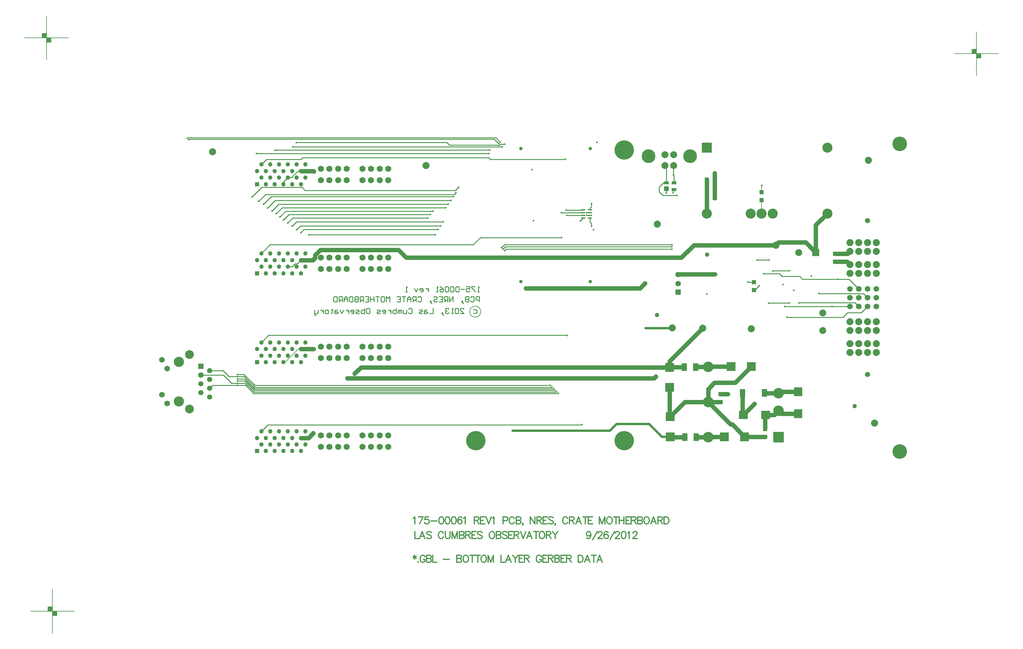
<source format=gbl>
%FSLAX23Y23*%
%MOIN*%
G70*
G01*
G75*
G04 Layer_Physical_Order=6*
G04 Layer_Color=16711680*
%ADD10R,0.050X0.050*%
%ADD11R,0.057X0.012*%
%ADD12R,0.025X0.185*%
%ADD13R,0.025X0.100*%
%ADD14R,0.050X0.050*%
%ADD15O,0.014X0.067*%
%ADD16R,0.036X0.036*%
%ADD17O,0.079X0.024*%
%ADD18R,0.039X0.059*%
%ADD19R,0.100X0.100*%
%ADD20C,0.010*%
%ADD21C,0.050*%
%ADD22C,0.025*%
%ADD23C,0.006*%
%ADD24C,0.012*%
%ADD25C,0.008*%
%ADD26C,0.012*%
%ADD27C,0.012*%
%ADD28C,0.070*%
%ADD29C,0.050*%
%ADD30C,0.166*%
%ADD31C,0.157*%
%ADD32C,0.079*%
%ADD33C,0.220*%
%ADD34C,0.039*%
%ADD35C,0.059*%
%ADD36R,0.059X0.059*%
%ADD37C,0.063*%
%ADD38C,0.116*%
%ADD39C,0.065*%
%ADD40C,0.100*%
%ADD41C,0.080*%
%ADD42C,0.059*%
%ADD43C,0.115*%
%ADD44R,0.115X0.115*%
%ADD45R,0.079X0.079*%
%ADD46R,0.120X0.120*%
%ADD47C,0.120*%
%ADD48R,0.063X0.063*%
%ADD49C,0.020*%
%ADD50C,0.040*%
G04:AMPARAMS|DCode=51|XSize=91mil|YSize=91mil|CornerRadius=0mil|HoleSize=0mil|Usage=FLASHONLY|Rotation=0.000|XOffset=0mil|YOffset=0mil|HoleType=Round|Shape=Relief|Width=10mil|Gap=10mil|Entries=4|*
%AMTHD51*
7,0,0,0.091,0.071,0.010,45*
%
%ADD51THD51*%
%ADD52C,0.071*%
%ADD53C,0.206*%
G04:AMPARAMS|DCode=54|XSize=150.551mil|YSize=150.551mil|CornerRadius=0mil|HoleSize=0mil|Usage=FLASHONLY|Rotation=0.000|XOffset=0mil|YOffset=0mil|HoleType=Round|Shape=Relief|Width=10mil|Gap=10mil|Entries=4|*
%AMTHD54*
7,0,0,0.151,0.131,0.010,45*
%
%ADD54THD54*%
G04:AMPARAMS|DCode=55|XSize=96.221mil|YSize=96.221mil|CornerRadius=0mil|HoleSize=0mil|Usage=FLASHONLY|Rotation=0.000|XOffset=0mil|YOffset=0mil|HoleType=Round|Shape=Relief|Width=10mil|Gap=10mil|Entries=4|*
%AMTHD55*
7,0,0,0.096,0.076,0.010,45*
%
%ADD55THD55*%
%ADD56C,0.076*%
%ADD57C,0.080*%
%ADD58C,0.075*%
%ADD59C,0.168*%
G04:AMPARAMS|DCode=60|XSize=100mil|YSize=100mil|CornerRadius=0mil|HoleSize=0mil|Usage=FLASHONLY|Rotation=0.000|XOffset=0mil|YOffset=0mil|HoleType=Round|Shape=Relief|Width=10mil|Gap=10mil|Entries=4|*
%AMTHD60*
7,0,0,0.100,0.080,0.010,45*
%
%ADD60THD60*%
G04:AMPARAMS|DCode=61|XSize=123mil|YSize=123mil|CornerRadius=0mil|HoleSize=0mil|Usage=FLASHONLY|Rotation=0.000|XOffset=0mil|YOffset=0mil|HoleType=Round|Shape=Relief|Width=10mil|Gap=10mil|Entries=4|*
%AMTHD61*
7,0,0,0.123,0.103,0.010,45*
%
%ADD61THD61*%
%ADD62C,0.092*%
G04:AMPARAMS|DCode=63|XSize=112mil|YSize=112mil|CornerRadius=0mil|HoleSize=0mil|Usage=FLASHONLY|Rotation=0.000|XOffset=0mil|YOffset=0mil|HoleType=Round|Shape=Relief|Width=10mil|Gap=10mil|Entries=4|*
%AMTHD63*
7,0,0,0.112,0.092,0.010,45*
%
%ADD63THD63*%
%ADD64C,0.190*%
%ADD65C,0.087*%
G04:AMPARAMS|DCode=66|XSize=138mil|YSize=138mil|CornerRadius=0mil|HoleSize=0mil|Usage=FLASHONLY|Rotation=0.000|XOffset=0mil|YOffset=0mil|HoleType=Round|Shape=Relief|Width=10mil|Gap=10mil|Entries=4|*
%AMTHD66*
7,0,0,0.138,0.118,0.010,45*
%
%ADD66THD66*%
%ADD67C,0.118*%
G04:AMPARAMS|DCode=68|XSize=107.244mil|YSize=107.244mil|CornerRadius=0mil|HoleSize=0mil|Usage=FLASHONLY|Rotation=0.000|XOffset=0mil|YOffset=0mil|HoleType=Round|Shape=Relief|Width=10mil|Gap=10mil|Entries=4|*
%AMTHD68*
7,0,0,0.107,0.087,0.010,45*
%
%ADD68THD68*%
%ADD69C,0.079*%
%ADD70C,0.068*%
G04:AMPARAMS|DCode=71|XSize=70mil|YSize=70mil|CornerRadius=0mil|HoleSize=0mil|Usage=FLASHONLY|Rotation=0.000|XOffset=0mil|YOffset=0mil|HoleType=Round|Shape=Relief|Width=10mil|Gap=10mil|Entries=4|*
%AMTHD71*
7,0,0,0.070,0.050,0.010,45*
%
%ADD71THD71*%
G04:AMPARAMS|DCode=72|XSize=88mil|YSize=88mil|CornerRadius=0mil|HoleSize=0mil|Usage=FLASHONLY|Rotation=0.000|XOffset=0mil|YOffset=0mil|HoleType=Round|Shape=Relief|Width=10mil|Gap=10mil|Entries=4|*
%AMTHD72*
7,0,0,0.088,0.068,0.010,45*
%
%ADD72THD72*%
%ADD73C,0.020*%
%ADD74C,0.131*%
%ADD75C,0.103*%
%ADD76C,0.005*%
%ADD77R,0.053X0.035*%
%ADD78R,0.053X0.053*%
%ADD79R,0.045X0.017*%
%ADD80R,0.094X0.102*%
%ADD81R,0.059X0.087*%
%ADD82R,0.102X0.094*%
%ADD83R,0.100X0.100*%
%ADD84R,0.060X0.086*%
D10*
X18195Y12523D02*
D03*
Y12613D02*
D03*
X17398Y10620D02*
D03*
Y10530D02*
D03*
X16893Y11016D02*
D03*
Y10925D02*
D03*
X17360Y13312D02*
D03*
Y13222D02*
D03*
X17272Y12200D02*
D03*
Y12290D02*
D03*
D14*
X16824Y13245D02*
D03*
X16734D02*
D03*
X16824Y13312D02*
D03*
X16734D02*
D03*
X16824Y13384D02*
D03*
X16734D02*
D03*
X16824Y13455D02*
D03*
X16734D02*
D03*
X11614Y10368D02*
D03*
Y11379D02*
D03*
Y12391D02*
D03*
Y13403D02*
D03*
D19*
X16313Y11321D02*
D03*
Y11092D02*
D03*
X16319Y10759D02*
D03*
Y10528D02*
D03*
D20*
X12074Y12501D02*
X12114Y12541D01*
X12049Y12501D02*
X12074D01*
X12014Y12466D02*
X12049Y12501D01*
X11964Y12466D02*
X12014D01*
X10829Y13932D02*
X14335D01*
X10823Y13925D02*
X10829Y13932D01*
X10840Y13908D02*
X10849Y13917D01*
X14335Y13932D02*
X14382Y13884D01*
X10849Y13917D02*
X14314D01*
X14364Y13866D01*
X11076Y11282D02*
X11230D01*
X11297Y11215D01*
X11392D01*
X10976Y11232D02*
X11232D01*
X11324Y11139D01*
X11392D01*
X11076Y11082D02*
X11109Y11115D01*
X11392D01*
Y11240D02*
X11467D01*
X11392Y11215D02*
X11471D01*
X11591Y11094D01*
X11392Y11189D02*
X11475D01*
X11588Y11077D01*
X11392Y11165D02*
X11479D01*
X11584Y11059D01*
X11392Y11139D02*
X11483D01*
X11392Y11115D02*
X11486D01*
X11577Y11024D01*
X15042D01*
X15044Y11026D01*
X11483Y11139D02*
X11581Y11041D01*
X15024D01*
X15026Y11044D01*
X11584Y11059D02*
X15006D01*
X15009Y11061D01*
X11588Y11077D02*
X14989D01*
X14991Y11079D01*
X11591Y11094D02*
X14971D01*
X14973Y11097D01*
X11467Y11240D02*
X11592Y11115D01*
X14955D01*
X16272Y13304D02*
X16274Y13306D01*
Y13352D01*
X16259Y13615D02*
X16274Y13600D01*
Y13419D02*
Y13600D01*
X16351Y13335D02*
X16361Y13344D01*
X16351Y13306D02*
Y13335D01*
X16354Y13612D02*
X16358Y13615D01*
X16354Y13509D02*
Y13612D01*
X16361Y13419D02*
Y13502D01*
X16354Y13509D02*
X16361Y13502D01*
X16242Y13419D02*
X16274D01*
X16193Y13370D02*
X16242Y13419D01*
X16193Y13318D02*
Y13370D01*
Y13318D02*
X16234Y13276D01*
X16396D01*
X14433Y12717D02*
X16338D01*
X14399Y12684D02*
X14433Y12717D01*
X14443Y12693D02*
X16338D01*
X14417Y12666D02*
X14443Y12693D01*
X14453Y12667D02*
X16338D01*
X14434Y12649D02*
X14453Y12667D01*
X11877Y13033D02*
X11941Y13097D01*
X11833Y13068D02*
X11902Y13137D01*
X11784Y13099D02*
X11862Y13177D01*
X11737Y13134D02*
X11821Y13218D01*
X11688Y13175D02*
X11776Y13263D01*
X11560Y13260D02*
X11669Y13370D01*
X11914Y12997D02*
X11978Y13061D01*
X11964Y12962D02*
X12020Y13019D01*
X12014Y12925D02*
X12064Y12975D01*
X12064Y12885D02*
X12109Y12930D01*
X12114Y12854D02*
X12150Y12889D01*
X12206Y12825D02*
X12210Y12829D01*
X11669Y13370D02*
X11671Y13368D01*
X12128D01*
X11776Y13263D02*
X13851D01*
X11821Y13218D02*
X13821D01*
X11862Y13177D02*
X13792D01*
X11902Y13137D02*
X13762D01*
X11941Y13097D02*
X13619D01*
X11978Y13061D02*
X13590D01*
X12020Y13019D02*
X13558D01*
X12064Y12975D02*
X13735D01*
X12109Y12930D02*
X13705D01*
X12150Y12889D02*
X13676D01*
X12210Y12829D02*
X13647D01*
X11610Y13752D02*
X14257D01*
X11822Y13792D02*
X14266D01*
X11819Y13790D02*
X11822Y13792D01*
X12022Y13830D02*
X14406D01*
X14384Y13858D02*
X14437D01*
X14373Y13847D02*
X14384Y13858D01*
X14356Y13847D02*
X14373D01*
X14353Y13849D02*
X14356Y13847D01*
X13806Y13849D02*
X14353D01*
X13776Y13880D02*
X13806Y13849D01*
X12065Y13880D02*
X13776D01*
X12061Y13875D02*
X12065Y13880D01*
X15369Y13080D02*
X15404D01*
X15405Y13081D01*
Y13112D02*
Y13130D01*
X15422Y13148D01*
Y13182D01*
X15368Y13050D02*
X15405D01*
Y12974D02*
Y13018D01*
Y12974D02*
X15423Y12955D01*
Y12925D02*
Y12955D01*
X11664Y13628D02*
X11722Y13686D01*
X15122D02*
X15124Y13689D01*
X15131Y13111D02*
X15327D01*
X15329Y13112D01*
X11664Y12616D02*
X11763Y12715D01*
X14077D01*
X14159Y12797D01*
X15082D01*
X15078Y13080D02*
X15079Y13081D01*
X15329D01*
X11664Y11604D02*
X11746Y11686D01*
X15142D01*
X15144Y11684D01*
X15142Y13050D02*
X15328D01*
X15329Y13050D01*
X15297Y12986D02*
X15329Y13018D01*
Y13018D01*
X18163Y12014D02*
X18366D01*
X18519Y12160D02*
X18566Y12114D01*
X18016Y12160D02*
X18519D01*
X18013Y12163D02*
X18016Y12160D01*
X17622Y12014D02*
X18163D01*
X17622Y12014D02*
X17622Y12014D01*
X17439Y12052D02*
X17675D01*
X17438Y12051D02*
X17439Y12052D01*
X17648Y11894D02*
X17654Y11888D01*
X18285D01*
X18340Y11943D01*
X18495D01*
X18566Y12014D01*
X17486Y12415D02*
X17490Y12419D01*
X17676D01*
X17561Y12387D02*
X17593Y12355D01*
X17387Y12387D02*
X17561D01*
X17206Y12290D02*
X17272D01*
X17204Y12292D02*
X17206Y12290D01*
X17310Y12542D02*
X17444D01*
X17309Y12541D02*
X17310Y12542D01*
X17593Y12355D02*
X17794D01*
X17826Y12323D01*
X18356D02*
X18466Y12214D01*
X17826Y12323D02*
X18224D01*
X18356D01*
X17785Y12054D02*
X17787Y12056D01*
X18423D01*
X18466Y12014D01*
X17272Y12200D02*
X17282D01*
X17331Y12249D01*
X11914Y13403D02*
Y13428D01*
X11964Y13478D01*
X12006D01*
X12081Y13553D01*
X12114D01*
X14252Y13707D02*
X14272Y13686D01*
X15122D01*
X11722D02*
X12116D01*
X12137Y13707D01*
X14252D01*
X15314Y10667D02*
X15317Y10670D01*
X11664Y10592D02*
X11738Y10667D01*
X15314D01*
X11633Y13208D02*
X11713Y13287D01*
X13860D01*
X13879Y13307D01*
X12128Y13368D02*
X12163Y13333D01*
X13872D01*
X13908Y13370D01*
X14080Y11975D02*
X14110D01*
X14120Y11965D01*
Y11945D01*
X14110Y11935D01*
X14080D01*
X13928Y11933D02*
X13968D01*
X13928Y11973D01*
Y11983D01*
X13938Y11993D01*
X13958D01*
X13968Y11983D01*
X13908D02*
X13898Y11993D01*
X13878D01*
X13868Y11983D01*
Y11943D01*
X13878Y11933D01*
X13898D01*
X13908Y11943D01*
Y11983D01*
X13848Y11933D02*
X13828D01*
X13838D01*
Y11993D01*
X13848Y11983D01*
X13798D02*
X13788Y11993D01*
X13768D01*
X13758Y11983D01*
Y11973D01*
X13768Y11963D01*
X13778D01*
X13768D01*
X13758Y11953D01*
Y11943D01*
X13768Y11933D01*
X13788D01*
X13798Y11943D01*
X13728Y11923D02*
X13718Y11933D01*
Y11943D01*
X13728D01*
Y11933D01*
X13718D01*
X13728Y11923D01*
X13738Y11913D01*
X13618Y11993D02*
Y11933D01*
X13578D01*
X13548Y11973D02*
X13528D01*
X13518Y11963D01*
Y11933D01*
X13548D01*
X13558Y11943D01*
X13548Y11953D01*
X13518D01*
X13498Y11933D02*
X13468D01*
X13458Y11943D01*
X13468Y11953D01*
X13488D01*
X13498Y11963D01*
X13488Y11973D01*
X13458D01*
X13338Y11983D02*
X13348Y11993D01*
X13368D01*
X13378Y11983D01*
Y11943D01*
X13368Y11933D01*
X13348D01*
X13338Y11943D01*
X13318Y11973D02*
Y11943D01*
X13308Y11933D01*
X13278D01*
Y11973D01*
X13258Y11933D02*
Y11973D01*
X13248D01*
X13238Y11963D01*
Y11933D01*
Y11963D01*
X13228Y11973D01*
X13218Y11963D01*
Y11933D01*
X13198Y11993D02*
Y11933D01*
X13168D01*
X13158Y11943D01*
Y11953D01*
Y11963D01*
X13168Y11973D01*
X13198D01*
X13138D02*
Y11933D01*
Y11953D01*
X13128Y11963D01*
X13118Y11973D01*
X13108D01*
X13048Y11933D02*
X13068D01*
X13078Y11943D01*
Y11963D01*
X13068Y11973D01*
X13048D01*
X13038Y11963D01*
Y11953D01*
X13078D01*
X13018Y11933D02*
X12988D01*
X12978Y11943D01*
X12988Y11953D01*
X13008D01*
X13018Y11963D01*
X13008Y11973D01*
X12978D01*
X12868Y11993D02*
X12888D01*
X12898Y11983D01*
Y11943D01*
X12888Y11933D01*
X12868D01*
X12858Y11943D01*
Y11983D01*
X12868Y11993D01*
X12838D02*
Y11933D01*
X12808D01*
X12798Y11943D01*
Y11953D01*
Y11963D01*
X12808Y11973D01*
X12838D01*
X12778Y11933D02*
X12748D01*
X12738Y11943D01*
X12748Y11953D01*
X12768D01*
X12778Y11963D01*
X12768Y11973D01*
X12738D01*
X12688Y11933D02*
X12708D01*
X12718Y11943D01*
Y11963D01*
X12708Y11973D01*
X12688D01*
X12678Y11963D01*
Y11953D01*
X12718D01*
X12658Y11973D02*
Y11933D01*
Y11953D01*
X12648Y11963D01*
X12638Y11973D01*
X12628D01*
X12598D02*
X12578Y11933D01*
X12558Y11973D01*
X12528D02*
X12508D01*
X12498Y11963D01*
Y11933D01*
X12528D01*
X12538Y11943D01*
X12528Y11953D01*
X12498D01*
X12468Y11983D02*
Y11973D01*
X12478D01*
X12458D01*
X12468D01*
Y11943D01*
X12458Y11933D01*
X12418D02*
X12398D01*
X12388Y11943D01*
Y11963D01*
X12398Y11973D01*
X12418D01*
X12428Y11963D01*
Y11943D01*
X12418Y11933D01*
X12368Y11973D02*
Y11933D01*
Y11953D01*
X12358Y11963D01*
X12348Y11973D01*
X12338D01*
X12308D02*
Y11943D01*
X12298Y11933D01*
X12268D01*
Y11923D01*
X12278Y11913D01*
X12288D01*
X12268Y11933D02*
Y11973D01*
X14146Y12067D02*
Y12127D01*
X14116D01*
X14106Y12117D01*
Y12097D01*
X14116Y12087D01*
X14146D01*
X14046Y12117D02*
X14056Y12127D01*
X14076D01*
X14086Y12117D01*
Y12077D01*
X14076Y12067D01*
X14056D01*
X14046Y12077D01*
X14026Y12127D02*
Y12067D01*
X13996D01*
X13986Y12077D01*
Y12087D01*
X13996Y12097D01*
X14026D01*
X13996D01*
X13986Y12107D01*
Y12117D01*
X13996Y12127D01*
X14026D01*
X13956Y12057D02*
X13946Y12067D01*
Y12077D01*
X13956D01*
Y12067D01*
X13946D01*
X13956Y12057D01*
X13966Y12047D01*
X13846Y12067D02*
Y12127D01*
X13806Y12067D01*
Y12127D01*
X13786Y12067D02*
Y12127D01*
X13756D01*
X13746Y12117D01*
Y12097D01*
X13756Y12087D01*
X13786D01*
X13766D02*
X13746Y12067D01*
X13686Y12127D02*
X13726D01*
Y12067D01*
X13686D01*
X13726Y12097D02*
X13706D01*
X13626Y12117D02*
X13636Y12127D01*
X13656D01*
X13666Y12117D01*
Y12107D01*
X13656Y12097D01*
X13636D01*
X13626Y12087D01*
Y12077D01*
X13636Y12067D01*
X13656D01*
X13666Y12077D01*
X13596Y12057D02*
X13586Y12067D01*
Y12077D01*
X13596D01*
Y12067D01*
X13586D01*
X13596Y12057D01*
X13606Y12047D01*
X13446Y12117D02*
X13456Y12127D01*
X13476D01*
X13486Y12117D01*
Y12077D01*
X13476Y12067D01*
X13456D01*
X13446Y12077D01*
X13426Y12067D02*
Y12127D01*
X13396D01*
X13386Y12117D01*
Y12097D01*
X13396Y12087D01*
X13426D01*
X13406D02*
X13386Y12067D01*
X13366D02*
Y12107D01*
X13346Y12127D01*
X13326Y12107D01*
Y12067D01*
Y12097D01*
X13366D01*
X13306Y12127D02*
X13266D01*
X13286D01*
Y12067D01*
X13206Y12127D02*
X13246D01*
Y12067D01*
X13206D01*
X13246Y12097D02*
X13226D01*
X13126Y12067D02*
Y12127D01*
X13106Y12107D01*
X13086Y12127D01*
Y12067D01*
X13036Y12127D02*
X13056D01*
X13066Y12117D01*
Y12077D01*
X13056Y12067D01*
X13036D01*
X13026Y12077D01*
Y12117D01*
X13036Y12127D01*
X13006D02*
X12966D01*
X12986D01*
Y12067D01*
X12946Y12127D02*
Y12067D01*
Y12097D01*
X12906D01*
Y12127D01*
Y12067D01*
X12846Y12127D02*
X12886D01*
Y12067D01*
X12846D01*
X12886Y12097D02*
X12866D01*
X12826Y12067D02*
Y12127D01*
X12796D01*
X12786Y12117D01*
Y12097D01*
X12796Y12087D01*
X12826D01*
X12806D02*
X12786Y12067D01*
X12766Y12127D02*
Y12067D01*
X12736D01*
X12726Y12077D01*
Y12087D01*
X12736Y12097D01*
X12766D01*
X12736D01*
X12726Y12107D01*
Y12117D01*
X12736Y12127D01*
X12766D01*
X12676D02*
X12696D01*
X12706Y12117D01*
Y12077D01*
X12696Y12067D01*
X12676D01*
X12666Y12077D01*
Y12117D01*
X12676Y12127D01*
X12646Y12067D02*
Y12107D01*
X12626Y12127D01*
X12606Y12107D01*
Y12067D01*
Y12097D01*
X12646D01*
X12586Y12067D02*
Y12127D01*
X12556D01*
X12546Y12117D01*
Y12097D01*
X12556Y12087D01*
X12586D01*
X12566D02*
X12546Y12067D01*
X12526Y12127D02*
Y12067D01*
X12496D01*
X12486Y12077D01*
Y12117D01*
X12496Y12127D01*
X12526D01*
X14144Y12180D02*
X14124D01*
X14134D01*
Y12240D01*
X14144Y12230D01*
X14094Y12240D02*
X14054D01*
Y12230D01*
X14094Y12190D01*
Y12180D01*
X13994Y12240D02*
X14034D01*
Y12210D01*
X14014Y12220D01*
X14004D01*
X13994Y12210D01*
Y12190D01*
X14004Y12180D01*
X14024D01*
X14034Y12190D01*
X13974Y12210D02*
X13934D01*
X13914Y12230D02*
X13904Y12240D01*
X13884D01*
X13874Y12230D01*
Y12190D01*
X13884Y12180D01*
X13904D01*
X13914Y12190D01*
Y12230D01*
X13854D02*
X13844Y12240D01*
X13824D01*
X13814Y12230D01*
Y12190D01*
X13824Y12180D01*
X13844D01*
X13854Y12190D01*
Y12230D01*
X13794D02*
X13784Y12240D01*
X13764D01*
X13754Y12230D01*
Y12190D01*
X13764Y12180D01*
X13784D01*
X13794Y12190D01*
Y12230D01*
X13694Y12240D02*
X13714Y12230D01*
X13734Y12210D01*
Y12190D01*
X13724Y12180D01*
X13704D01*
X13694Y12190D01*
Y12200D01*
X13704Y12210D01*
X13734D01*
X13674Y12180D02*
X13654D01*
X13664D01*
Y12240D01*
X13674Y12230D01*
X13564Y12220D02*
Y12180D01*
Y12200D01*
X13554Y12210D01*
X13544Y12220D01*
X13534D01*
X13474Y12180D02*
X13494D01*
X13504Y12190D01*
Y12210D01*
X13494Y12220D01*
X13474D01*
X13464Y12210D01*
Y12200D01*
X13504D01*
X13444Y12220D02*
X13424Y12180D01*
X13404Y12220D01*
X13324Y12180D02*
X13304D01*
X13314D01*
Y12240D01*
X13324Y12230D01*
D21*
X18331Y12523D02*
X18366Y12489D01*
X18195Y12523D02*
X18331D01*
X18340Y12613D02*
X18366Y12639D01*
X18195Y12613D02*
X18340D01*
X17398Y10774D02*
X17405Y10781D01*
X17398Y10620D02*
Y10774D01*
X15975Y12219D02*
X16033Y12277D01*
X14675Y12219D02*
X15975D01*
X15760Y12568D02*
X16447D01*
X13312D02*
X15760D01*
X12261Y12551D02*
X12277Y12567D01*
Y12596D02*
X12336Y12655D01*
X13225D01*
X12277Y12567D02*
Y12596D01*
X13225Y12655D02*
X13312Y12568D01*
X16447D02*
X16589Y12710D01*
X17521D01*
X17586Y10792D02*
X17776D01*
X17551Y10826D02*
X17586Y10792D01*
X17568Y11043D02*
X17776D01*
X17551Y11026D02*
X17568Y11043D01*
X17395Y11026D02*
X17551D01*
X17393Y11028D02*
X17395Y11026D01*
X17405Y10781D02*
X17505D01*
X17551Y10826D01*
X16753Y11328D02*
X17011D01*
X16751Y11326D02*
X16753Y11328D01*
X16612Y11326D02*
X16751D01*
X16608Y11323D02*
X16612Y11326D01*
X16314Y11323D02*
X16478D01*
X16313Y11321D02*
X16314Y11323D01*
X16313Y10764D02*
Y11092D01*
Y10764D02*
X16319Y10759D01*
X16756Y10531D02*
X16935D01*
X16751Y10526D02*
X16756Y10531D01*
X16750Y10526D02*
X16751Y10526D01*
X16616Y10526D02*
X16750D01*
X16322D02*
X16486D01*
X16319Y10528D02*
X16322Y10526D01*
X17165Y10531D02*
X17396D01*
X17398Y10530D01*
X16752Y10925D02*
X16893D01*
X17059Y11146D02*
X17241Y11328D01*
X16823Y11146D02*
X17059D01*
X16751Y11074D02*
X16823Y11146D01*
X16751Y10926D02*
Y11074D01*
X17025Y10672D02*
X17165Y10531D01*
X17006Y10672D02*
X17025D01*
X16751Y10926D02*
X16752Y10925D01*
X17006Y10672D01*
X17141Y10792D02*
X17153Y10781D01*
X17141Y10792D02*
Y11028D01*
X16319Y10759D02*
X16487Y10926D01*
X16751D01*
X17153Y10781D02*
X17279Y10906D01*
X16313Y11321D02*
Y11389D01*
X16690Y11767D01*
X16893Y11016D02*
X16975D01*
X16734Y13070D02*
Y13245D01*
Y13312D01*
Y13384D01*
Y13455D01*
X16824Y13531D02*
X16824Y13531D01*
Y13245D02*
Y13312D01*
Y13384D01*
Y13455D01*
Y13531D01*
X17977Y12627D02*
Y12938D01*
X18109Y13070D01*
X17862Y12742D02*
X17977Y12627D01*
X17553Y12742D02*
X17862D01*
X17521Y12710D02*
X17553Y12742D01*
X16415Y12380D02*
X16828D01*
X16409Y12375D02*
X16415Y12380D01*
X12727Y11250D02*
X12798Y11321D01*
X16313D01*
X12114Y10517D02*
X12201D01*
X12257Y10573D01*
X12114Y13553D02*
X12258D01*
X12261Y13550D01*
X12114Y12541D02*
X12251D01*
X12261Y12551D01*
X12114Y11529D02*
X12256D01*
X12258Y11531D01*
X16135Y11195D02*
X16155Y11215D01*
X12644Y11195D02*
X16135D01*
X12642Y11197D02*
X12644Y11195D01*
D22*
X14527Y10600D02*
X15633D01*
X15710Y10677D01*
X16079D02*
X16227Y10528D01*
X16319D01*
X16038Y11767D02*
X16337D01*
X16341Y11771D01*
X15710Y10677D02*
X16038D01*
X16079D01*
D24*
X13410Y9183D02*
Y9137D01*
X13391Y9172D02*
X13429Y9149D01*
Y9172D02*
X13391Y9149D01*
X13449Y9111D02*
X13445Y9107D01*
X13449Y9103D01*
X13453Y9107D01*
X13449Y9111D01*
X13528Y9164D02*
X13524Y9172D01*
X13516Y9179D01*
X13509Y9183D01*
X13493D01*
X13486Y9179D01*
X13478Y9172D01*
X13474Y9164D01*
X13471Y9153D01*
Y9133D01*
X13474Y9122D01*
X13478Y9114D01*
X13486Y9107D01*
X13493Y9103D01*
X13509D01*
X13516Y9107D01*
X13524Y9114D01*
X13528Y9122D01*
Y9133D01*
X13509D02*
X13528D01*
X13546Y9183D02*
Y9103D01*
Y9183D02*
X13580D01*
X13592Y9179D01*
X13596Y9175D01*
X13599Y9168D01*
Y9160D01*
X13596Y9153D01*
X13592Y9149D01*
X13580Y9145D01*
X13546D02*
X13580D01*
X13592Y9141D01*
X13596Y9137D01*
X13599Y9130D01*
Y9118D01*
X13596Y9111D01*
X13592Y9107D01*
X13580Y9103D01*
X13546D01*
X13617Y9183D02*
Y9103D01*
X13663D01*
X13735Y9137D02*
X13803D01*
X13890Y9183D02*
Y9103D01*
Y9183D02*
X13924D01*
X13935Y9179D01*
X13939Y9175D01*
X13943Y9168D01*
Y9160D01*
X13939Y9153D01*
X13935Y9149D01*
X13924Y9145D01*
X13890D02*
X13924D01*
X13935Y9141D01*
X13939Y9137D01*
X13943Y9130D01*
Y9118D01*
X13939Y9111D01*
X13935Y9107D01*
X13924Y9103D01*
X13890D01*
X13984Y9183D02*
X13976Y9179D01*
X13968Y9172D01*
X13965Y9164D01*
X13961Y9153D01*
Y9133D01*
X13965Y9122D01*
X13968Y9114D01*
X13976Y9107D01*
X13984Y9103D01*
X13999D01*
X14006Y9107D01*
X14014Y9114D01*
X14018Y9122D01*
X14022Y9133D01*
Y9153D01*
X14018Y9164D01*
X14014Y9172D01*
X14006Y9179D01*
X13999Y9183D01*
X13984D01*
X14067D02*
Y9103D01*
X14040Y9183D02*
X14094D01*
X14130D02*
Y9103D01*
X14103Y9183D02*
X14157D01*
X14189D02*
X14181Y9179D01*
X14174Y9172D01*
X14170Y9164D01*
X14166Y9153D01*
Y9133D01*
X14170Y9122D01*
X14174Y9114D01*
X14181Y9107D01*
X14189Y9103D01*
X14204D01*
X14212Y9107D01*
X14219Y9114D01*
X14223Y9122D01*
X14227Y9133D01*
Y9153D01*
X14223Y9164D01*
X14219Y9172D01*
X14212Y9179D01*
X14204Y9183D01*
X14189D01*
X14246D02*
Y9103D01*
Y9183D02*
X14276Y9103D01*
X14307Y9183D02*
X14276Y9103D01*
X14307Y9183D02*
Y9103D01*
X14392Y9183D02*
Y9103D01*
X14438D01*
X14508D02*
X14477Y9183D01*
X14447Y9103D01*
X14458Y9130D02*
X14496D01*
X14526Y9183D02*
X14557Y9145D01*
Y9103D01*
X14587Y9183D02*
X14557Y9145D01*
X14647Y9183D02*
X14598D01*
Y9103D01*
X14647D01*
X14598Y9145D02*
X14628D01*
X14660Y9183D02*
Y9103D01*
Y9183D02*
X14695D01*
X14706Y9179D01*
X14710Y9175D01*
X14714Y9168D01*
Y9160D01*
X14710Y9153D01*
X14706Y9149D01*
X14695Y9145D01*
X14660D01*
X14687D02*
X14714Y9103D01*
X14852Y9164D02*
X14848Y9172D01*
X14840Y9179D01*
X14833Y9183D01*
X14817D01*
X14810Y9179D01*
X14802Y9172D01*
X14798Y9164D01*
X14795Y9153D01*
Y9133D01*
X14798Y9122D01*
X14802Y9114D01*
X14810Y9107D01*
X14817Y9103D01*
X14833D01*
X14840Y9107D01*
X14848Y9114D01*
X14852Y9122D01*
Y9133D01*
X14833D02*
X14852D01*
X14919Y9183D02*
X14870D01*
Y9103D01*
X14919D01*
X14870Y9145D02*
X14900D01*
X14933Y9183D02*
Y9103D01*
Y9183D02*
X14967D01*
X14978Y9179D01*
X14982Y9175D01*
X14986Y9168D01*
Y9160D01*
X14982Y9153D01*
X14978Y9149D01*
X14967Y9145D01*
X14933D01*
X14959D02*
X14986Y9103D01*
X15004Y9183D02*
Y9103D01*
Y9183D02*
X15038D01*
X15050Y9179D01*
X15054Y9175D01*
X15057Y9168D01*
Y9160D01*
X15054Y9153D01*
X15050Y9149D01*
X15038Y9145D01*
X15004D02*
X15038D01*
X15050Y9141D01*
X15054Y9137D01*
X15057Y9130D01*
Y9118D01*
X15054Y9111D01*
X15050Y9107D01*
X15038Y9103D01*
X15004D01*
X15125Y9183D02*
X15075D01*
Y9103D01*
X15125D01*
X15075Y9145D02*
X15106D01*
X15138Y9183D02*
Y9103D01*
Y9183D02*
X15172D01*
X15184Y9179D01*
X15188Y9175D01*
X15191Y9168D01*
Y9160D01*
X15188Y9153D01*
X15184Y9149D01*
X15172Y9145D01*
X15138D01*
X15165D02*
X15191Y9103D01*
X15272Y9183D02*
Y9103D01*
Y9183D02*
X15299D01*
X15310Y9179D01*
X15318Y9172D01*
X15322Y9164D01*
X15325Y9153D01*
Y9133D01*
X15322Y9122D01*
X15318Y9114D01*
X15310Y9107D01*
X15299Y9103D01*
X15272D01*
X15404D02*
X15374Y9183D01*
X15343Y9103D01*
X15355Y9130D02*
X15393D01*
X15450Y9183D02*
Y9103D01*
X15423Y9183D02*
X15476D01*
X15547Y9103D02*
X15516Y9183D01*
X15486Y9103D01*
X15497Y9130D02*
X15535D01*
D25*
X19554Y14890D02*
X20054D01*
X19804Y14640D02*
Y15140D01*
X19854Y14840D02*
Y14890D01*
X19804Y14840D02*
X19854D01*
X19754Y14890D02*
Y14940D01*
X19804D01*
X19759Y14895D02*
X19799D01*
X19759D02*
Y14935D01*
X19799D01*
Y14895D02*
Y14935D01*
X19764Y14900D02*
X19794D01*
X19764D02*
Y14930D01*
X19794D01*
Y14905D02*
Y14930D01*
X19769Y14905D02*
X19789D01*
X19769D02*
Y14925D01*
X19789D01*
Y14910D02*
Y14925D01*
X19774Y14910D02*
X19784D01*
X19774D02*
Y14920D01*
X19784D01*
Y14910D02*
Y14920D01*
X19774Y14915D02*
X19784D01*
X19809Y14845D02*
X19849D01*
X19809D02*
Y14885D01*
X19849D01*
Y14845D02*
Y14885D01*
X19814Y14850D02*
X19844D01*
X19814D02*
Y14880D01*
X19844D01*
Y14855D02*
Y14880D01*
X19819Y14855D02*
X19839D01*
X19819D02*
Y14875D01*
X19839D01*
Y14860D02*
Y14875D01*
X19824Y14860D02*
X19834D01*
X19824D02*
Y14870D01*
X19834D01*
Y14860D02*
Y14870D01*
X19824Y14865D02*
X19834D01*
X8970Y15070D02*
X9470D01*
X9220Y14820D02*
Y15320D01*
X9270Y15020D02*
Y15070D01*
X9220Y15020D02*
X9270D01*
X9170Y15070D02*
Y15120D01*
X9220D01*
X9175Y15075D02*
X9215D01*
X9175D02*
Y15115D01*
X9215D01*
Y15075D02*
Y15115D01*
X9180Y15080D02*
X9210D01*
X9180D02*
Y15110D01*
X9210D01*
Y15085D02*
Y15110D01*
X9185Y15085D02*
X9205D01*
X9185D02*
Y15105D01*
X9205D01*
Y15090D02*
Y15105D01*
X9190Y15090D02*
X9200D01*
X9190D02*
Y15100D01*
X9200D01*
Y15090D02*
Y15100D01*
X9190Y15095D02*
X9200D01*
X9225Y15025D02*
X9265D01*
X9225D02*
Y15065D01*
X9265D01*
Y15025D02*
Y15065D01*
X9230Y15030D02*
X9260D01*
X9230D02*
Y15060D01*
X9260D01*
Y15035D02*
Y15060D01*
X9235Y15035D02*
X9255D01*
X9235D02*
Y15055D01*
X9255D01*
Y15040D02*
Y15055D01*
X9240Y15040D02*
X9250D01*
X9240D02*
Y15050D01*
X9250D01*
Y15040D02*
Y15050D01*
X9240Y15045D02*
X9250D01*
X9036Y8546D02*
X9536D01*
X9286Y8296D02*
Y8796D01*
X9336Y8496D02*
Y8546D01*
X9286Y8496D02*
X9336D01*
X9236Y8546D02*
Y8596D01*
X9286D01*
X9241Y8551D02*
X9281D01*
X9241D02*
Y8591D01*
X9281D01*
Y8551D02*
Y8591D01*
X9246Y8556D02*
X9276D01*
X9246D02*
Y8586D01*
X9276D01*
Y8561D02*
Y8586D01*
X9251Y8561D02*
X9271D01*
X9251D02*
Y8581D01*
X9271D01*
Y8566D02*
Y8581D01*
X9256Y8566D02*
X9266D01*
X9256D02*
Y8576D01*
X9266D01*
Y8566D02*
Y8576D01*
X9256Y8571D02*
X9266D01*
X9291Y8501D02*
X9331D01*
X9291D02*
Y8541D01*
X9331D01*
Y8501D02*
Y8541D01*
X9296Y8506D02*
X9326D01*
X9296D02*
Y8536D01*
X9326D01*
Y8511D02*
Y8536D01*
X9301Y8511D02*
X9321D01*
X9301D02*
Y8531D01*
X9321D01*
Y8516D02*
Y8531D01*
X9306Y8516D02*
X9316D01*
X9306D02*
Y8526D01*
X9316D01*
Y8516D02*
Y8526D01*
X9306Y8521D02*
X9316D01*
D26*
X13412Y9453D02*
Y9373D01*
X13458D01*
X13527D02*
X13497Y9453D01*
X13466Y9373D01*
X13478Y9399D02*
X13516D01*
X13599Y9441D02*
X13592Y9449D01*
X13580Y9453D01*
X13565D01*
X13554Y9449D01*
X13546Y9441D01*
Y9434D01*
X13550Y9426D01*
X13554Y9422D01*
X13561Y9418D01*
X13584Y9411D01*
X13592Y9407D01*
X13596Y9403D01*
X13599Y9395D01*
Y9384D01*
X13592Y9376D01*
X13580Y9373D01*
X13565D01*
X13554Y9376D01*
X13546Y9384D01*
X13737Y9434D02*
X13733Y9441D01*
X13726Y9449D01*
X13718Y9453D01*
X13703D01*
X13695Y9449D01*
X13688Y9441D01*
X13684Y9434D01*
X13680Y9422D01*
Y9403D01*
X13684Y9392D01*
X13688Y9384D01*
X13695Y9376D01*
X13703Y9373D01*
X13718D01*
X13726Y9376D01*
X13733Y9384D01*
X13737Y9392D01*
X13760Y9453D02*
Y9395D01*
X13764Y9384D01*
X13771Y9376D01*
X13783Y9373D01*
X13790D01*
X13802Y9376D01*
X13809Y9384D01*
X13813Y9395D01*
Y9453D01*
X13835D02*
Y9373D01*
Y9453D02*
X13866Y9373D01*
X13896Y9453D02*
X13866Y9373D01*
X13896Y9453D02*
Y9373D01*
X13919Y9453D02*
Y9373D01*
Y9453D02*
X13953D01*
X13965Y9449D01*
X13968Y9445D01*
X13972Y9437D01*
Y9430D01*
X13968Y9422D01*
X13965Y9418D01*
X13953Y9414D01*
X13919D02*
X13953D01*
X13965Y9411D01*
X13968Y9407D01*
X13972Y9399D01*
Y9388D01*
X13968Y9380D01*
X13965Y9376D01*
X13953Y9373D01*
X13919D01*
X13990Y9453D02*
Y9373D01*
Y9453D02*
X14024D01*
X14036Y9449D01*
X14040Y9445D01*
X14044Y9437D01*
Y9430D01*
X14040Y9422D01*
X14036Y9418D01*
X14024Y9414D01*
X13990D01*
X14017D02*
X14044Y9373D01*
X14111Y9453D02*
X14061D01*
Y9373D01*
X14111D01*
X14061Y9414D02*
X14092D01*
X14178Y9441D02*
X14170Y9449D01*
X14159Y9453D01*
X14143D01*
X14132Y9449D01*
X14124Y9441D01*
Y9434D01*
X14128Y9426D01*
X14132Y9422D01*
X14139Y9418D01*
X14162Y9411D01*
X14170Y9407D01*
X14174Y9403D01*
X14178Y9395D01*
Y9384D01*
X14170Y9376D01*
X14159Y9373D01*
X14143D01*
X14132Y9376D01*
X14124Y9384D01*
X14281Y9453D02*
X14274Y9449D01*
X14266Y9441D01*
X14262Y9434D01*
X14258Y9422D01*
Y9403D01*
X14262Y9392D01*
X14266Y9384D01*
X14274Y9376D01*
X14281Y9373D01*
X14296D01*
X14304Y9376D01*
X14312Y9384D01*
X14315Y9392D01*
X14319Y9403D01*
Y9422D01*
X14315Y9434D01*
X14312Y9441D01*
X14304Y9449D01*
X14296Y9453D01*
X14281D01*
X14338D02*
Y9373D01*
Y9453D02*
X14372D01*
X14384Y9449D01*
X14387Y9445D01*
X14391Y9437D01*
Y9430D01*
X14387Y9422D01*
X14384Y9418D01*
X14372Y9414D01*
X14338D02*
X14372D01*
X14384Y9411D01*
X14387Y9407D01*
X14391Y9399D01*
Y9388D01*
X14387Y9380D01*
X14384Y9376D01*
X14372Y9373D01*
X14338D01*
X14462Y9441D02*
X14455Y9449D01*
X14443Y9453D01*
X14428D01*
X14417Y9449D01*
X14409Y9441D01*
Y9434D01*
X14413Y9426D01*
X14417Y9422D01*
X14424Y9418D01*
X14447Y9411D01*
X14455Y9407D01*
X14459Y9403D01*
X14462Y9395D01*
Y9384D01*
X14455Y9376D01*
X14443Y9373D01*
X14428D01*
X14417Y9376D01*
X14409Y9384D01*
X14530Y9453D02*
X14480D01*
Y9373D01*
X14530D01*
X14480Y9414D02*
X14511D01*
X14543Y9453D02*
Y9373D01*
Y9453D02*
X14577D01*
X14589Y9449D01*
X14593Y9445D01*
X14597Y9437D01*
Y9430D01*
X14593Y9422D01*
X14589Y9418D01*
X14577Y9414D01*
X14543D01*
X14570D02*
X14597Y9373D01*
X14614Y9453D02*
X14645Y9373D01*
X14675Y9453D02*
X14645Y9373D01*
X14747D02*
X14716Y9453D01*
X14686Y9373D01*
X14697Y9399D02*
X14735D01*
X14792Y9453D02*
Y9373D01*
X14765Y9453D02*
X14819D01*
X14851D02*
X14843Y9449D01*
X14836Y9441D01*
X14832Y9434D01*
X14828Y9422D01*
Y9403D01*
X14832Y9392D01*
X14836Y9384D01*
X14843Y9376D01*
X14851Y9373D01*
X14866D01*
X14874Y9376D01*
X14881Y9384D01*
X14885Y9392D01*
X14889Y9403D01*
Y9422D01*
X14885Y9434D01*
X14881Y9441D01*
X14874Y9449D01*
X14866Y9453D01*
X14851D01*
X14908D02*
Y9373D01*
Y9453D02*
X14942D01*
X14953Y9449D01*
X14957Y9445D01*
X14961Y9437D01*
Y9430D01*
X14957Y9422D01*
X14953Y9418D01*
X14942Y9414D01*
X14908D01*
X14934D02*
X14961Y9373D01*
X14979Y9453D02*
X15009Y9414D01*
Y9373D01*
X15040Y9453D02*
X15009Y9414D01*
X15414Y9426D02*
X15410Y9414D01*
X15402Y9407D01*
X15391Y9403D01*
X15387D01*
X15376Y9407D01*
X15368Y9414D01*
X15364Y9426D01*
Y9430D01*
X15368Y9441D01*
X15376Y9449D01*
X15387Y9453D01*
X15391D01*
X15402Y9449D01*
X15410Y9441D01*
X15414Y9426D01*
Y9407D01*
X15410Y9388D01*
X15402Y9376D01*
X15391Y9373D01*
X15383D01*
X15372Y9376D01*
X15368Y9384D01*
X15436Y9361D02*
X15489Y9453D01*
X15498Y9434D02*
Y9437D01*
X15502Y9445D01*
X15506Y9449D01*
X15513Y9453D01*
X15529D01*
X15536Y9449D01*
X15540Y9445D01*
X15544Y9437D01*
Y9430D01*
X15540Y9422D01*
X15532Y9411D01*
X15494Y9373D01*
X15548D01*
X15611Y9441D02*
X15607Y9449D01*
X15596Y9453D01*
X15588D01*
X15577Y9449D01*
X15569Y9437D01*
X15565Y9418D01*
Y9399D01*
X15569Y9384D01*
X15577Y9376D01*
X15588Y9373D01*
X15592D01*
X15604Y9376D01*
X15611Y9384D01*
X15615Y9395D01*
Y9399D01*
X15611Y9411D01*
X15604Y9418D01*
X15592Y9422D01*
X15588D01*
X15577Y9418D01*
X15569Y9411D01*
X15565Y9399D01*
X15633Y9361D02*
X15686Y9453D01*
X15695Y9434D02*
Y9437D01*
X15699Y9445D01*
X15703Y9449D01*
X15710Y9453D01*
X15725D01*
X15733Y9449D01*
X15737Y9445D01*
X15741Y9437D01*
Y9430D01*
X15737Y9422D01*
X15729Y9411D01*
X15691Y9373D01*
X15744D01*
X15785Y9453D02*
X15774Y9449D01*
X15766Y9437D01*
X15762Y9418D01*
Y9407D01*
X15766Y9388D01*
X15774Y9376D01*
X15785Y9373D01*
X15793D01*
X15804Y9376D01*
X15812Y9388D01*
X15816Y9407D01*
Y9418D01*
X15812Y9437D01*
X15804Y9449D01*
X15793Y9453D01*
X15785D01*
X15834Y9437D02*
X15841Y9441D01*
X15853Y9453D01*
Y9373D01*
X15896Y9434D02*
Y9437D01*
X15900Y9445D01*
X15904Y9449D01*
X15911Y9453D01*
X15927D01*
X15934Y9449D01*
X15938Y9445D01*
X15942Y9437D01*
Y9430D01*
X15938Y9422D01*
X15930Y9411D01*
X15892Y9373D01*
X15946D01*
D27*
X13393Y9604D02*
X13401Y9608D01*
X13412Y9619D01*
Y9539D01*
X13505Y9619D02*
X13467Y9539D01*
X13452Y9619D02*
X13505D01*
X13568D02*
X13530D01*
X13527Y9585D01*
X13530Y9589D01*
X13542Y9593D01*
X13553D01*
X13565Y9589D01*
X13572Y9581D01*
X13576Y9570D01*
Y9562D01*
X13572Y9551D01*
X13565Y9543D01*
X13553Y9539D01*
X13542D01*
X13530Y9543D01*
X13527Y9547D01*
X13523Y9555D01*
X13594Y9574D02*
X13663D01*
X13709Y9619D02*
X13698Y9616D01*
X13690Y9604D01*
X13686Y9585D01*
Y9574D01*
X13690Y9555D01*
X13698Y9543D01*
X13709Y9539D01*
X13717D01*
X13728Y9543D01*
X13736Y9555D01*
X13739Y9574D01*
Y9585D01*
X13736Y9604D01*
X13728Y9616D01*
X13717Y9619D01*
X13709D01*
X13780D02*
X13769Y9616D01*
X13761Y9604D01*
X13757Y9585D01*
Y9574D01*
X13761Y9555D01*
X13769Y9543D01*
X13780Y9539D01*
X13788D01*
X13799Y9543D01*
X13807Y9555D01*
X13811Y9574D01*
Y9585D01*
X13807Y9604D01*
X13799Y9616D01*
X13788Y9619D01*
X13780D01*
X13851D02*
X13840Y9616D01*
X13832Y9604D01*
X13829Y9585D01*
Y9574D01*
X13832Y9555D01*
X13840Y9543D01*
X13851Y9539D01*
X13859D01*
X13871Y9543D01*
X13878Y9555D01*
X13882Y9574D01*
Y9585D01*
X13878Y9604D01*
X13871Y9616D01*
X13859Y9619D01*
X13851D01*
X13946Y9608D02*
X13942Y9616D01*
X13930Y9619D01*
X13923D01*
X13911Y9616D01*
X13904Y9604D01*
X13900Y9585D01*
Y9566D01*
X13904Y9551D01*
X13911Y9543D01*
X13923Y9539D01*
X13926D01*
X13938Y9543D01*
X13946Y9551D01*
X13949Y9562D01*
Y9566D01*
X13946Y9577D01*
X13938Y9585D01*
X13926Y9589D01*
X13923D01*
X13911Y9585D01*
X13904Y9577D01*
X13900Y9566D01*
X13967Y9604D02*
X13974Y9608D01*
X13986Y9619D01*
Y9539D01*
X14088Y9619D02*
Y9539D01*
Y9619D02*
X14123D01*
X14134Y9616D01*
X14138Y9612D01*
X14142Y9604D01*
Y9596D01*
X14138Y9589D01*
X14134Y9585D01*
X14123Y9581D01*
X14088D01*
X14115D02*
X14142Y9539D01*
X14209Y9619D02*
X14160D01*
Y9539D01*
X14209D01*
X14160Y9581D02*
X14190D01*
X14222Y9619D02*
X14253Y9539D01*
X14283Y9619D02*
X14253Y9539D01*
X14294Y9604D02*
X14301Y9608D01*
X14313Y9619D01*
Y9539D01*
X14415Y9577D02*
X14449D01*
X14461Y9581D01*
X14465Y9585D01*
X14468Y9593D01*
Y9604D01*
X14465Y9612D01*
X14461Y9616D01*
X14449Y9619D01*
X14415D01*
Y9539D01*
X14543Y9600D02*
X14540Y9608D01*
X14532Y9616D01*
X14524Y9619D01*
X14509D01*
X14502Y9616D01*
X14494Y9608D01*
X14490Y9600D01*
X14486Y9589D01*
Y9570D01*
X14490Y9558D01*
X14494Y9551D01*
X14502Y9543D01*
X14509Y9539D01*
X14524D01*
X14532Y9543D01*
X14540Y9551D01*
X14543Y9558D01*
X14566Y9619D02*
Y9539D01*
Y9619D02*
X14600D01*
X14612Y9616D01*
X14615Y9612D01*
X14619Y9604D01*
Y9596D01*
X14615Y9589D01*
X14612Y9585D01*
X14600Y9581D01*
X14566D02*
X14600D01*
X14612Y9577D01*
X14615Y9574D01*
X14619Y9566D01*
Y9555D01*
X14615Y9547D01*
X14612Y9543D01*
X14600Y9539D01*
X14566D01*
X14645Y9543D02*
X14641Y9539D01*
X14637Y9543D01*
X14641Y9547D01*
X14645Y9543D01*
Y9536D01*
X14641Y9528D01*
X14637Y9524D01*
X14725Y9619D02*
Y9539D01*
Y9619D02*
X14778Y9539D01*
Y9619D02*
Y9539D01*
X14801Y9619D02*
Y9539D01*
Y9619D02*
X14835D01*
X14846Y9616D01*
X14850Y9612D01*
X14854Y9604D01*
Y9596D01*
X14850Y9589D01*
X14846Y9585D01*
X14835Y9581D01*
X14801D01*
X14827D02*
X14854Y9539D01*
X14921Y9619D02*
X14872D01*
Y9539D01*
X14921D01*
X14872Y9581D02*
X14902D01*
X14988Y9608D02*
X14980Y9616D01*
X14969Y9619D01*
X14954D01*
X14942Y9616D01*
X14935Y9608D01*
Y9600D01*
X14938Y9593D01*
X14942Y9589D01*
X14950Y9585D01*
X14973Y9577D01*
X14980Y9574D01*
X14984Y9570D01*
X14988Y9562D01*
Y9551D01*
X14980Y9543D01*
X14969Y9539D01*
X14954D01*
X14942Y9543D01*
X14935Y9551D01*
X15013Y9543D02*
X15010Y9539D01*
X15006Y9543D01*
X15010Y9547D01*
X15013Y9543D01*
Y9536D01*
X15010Y9528D01*
X15006Y9524D01*
X15151Y9600D02*
X15147Y9608D01*
X15140Y9616D01*
X15132Y9619D01*
X15117D01*
X15109Y9616D01*
X15101Y9608D01*
X15098Y9600D01*
X15094Y9589D01*
Y9570D01*
X15098Y9558D01*
X15101Y9551D01*
X15109Y9543D01*
X15117Y9539D01*
X15132D01*
X15140Y9543D01*
X15147Y9551D01*
X15151Y9558D01*
X15173Y9619D02*
Y9539D01*
Y9619D02*
X15208D01*
X15219Y9616D01*
X15223Y9612D01*
X15227Y9604D01*
Y9596D01*
X15223Y9589D01*
X15219Y9585D01*
X15208Y9581D01*
X15173D01*
X15200D02*
X15227Y9539D01*
X15306D02*
X15275Y9619D01*
X15245Y9539D01*
X15256Y9566D02*
X15294D01*
X15351Y9619D02*
Y9539D01*
X15324Y9619D02*
X15378D01*
X15437D02*
X15387D01*
Y9539D01*
X15437D01*
X15387Y9581D02*
X15418D01*
X15513Y9619D02*
Y9539D01*
Y9619D02*
X15543Y9539D01*
X15574Y9619D02*
X15543Y9539D01*
X15574Y9619D02*
Y9539D01*
X15619Y9619D02*
X15612Y9616D01*
X15604Y9608D01*
X15600Y9600D01*
X15597Y9589D01*
Y9570D01*
X15600Y9558D01*
X15604Y9551D01*
X15612Y9543D01*
X15619Y9539D01*
X15635D01*
X15642Y9543D01*
X15650Y9551D01*
X15654Y9558D01*
X15658Y9570D01*
Y9589D01*
X15654Y9600D01*
X15650Y9608D01*
X15642Y9616D01*
X15635Y9619D01*
X15619D01*
X15703D02*
Y9539D01*
X15676Y9619D02*
X15730D01*
X15739D02*
Y9539D01*
X15792Y9619D02*
Y9539D01*
X15739Y9581D02*
X15792D01*
X15864Y9619D02*
X15814D01*
Y9539D01*
X15864D01*
X15814Y9581D02*
X15845D01*
X15877Y9619D02*
Y9539D01*
Y9619D02*
X15912D01*
X15923Y9616D01*
X15927Y9612D01*
X15931Y9604D01*
Y9596D01*
X15927Y9589D01*
X15923Y9585D01*
X15912Y9581D01*
X15877D01*
X15904D02*
X15931Y9539D01*
X15949Y9619D02*
Y9539D01*
Y9619D02*
X15983D01*
X15994Y9616D01*
X15998Y9612D01*
X16002Y9604D01*
Y9596D01*
X15998Y9589D01*
X15994Y9585D01*
X15983Y9581D01*
X15949D02*
X15983D01*
X15994Y9577D01*
X15998Y9574D01*
X16002Y9566D01*
Y9555D01*
X15998Y9547D01*
X15994Y9543D01*
X15983Y9539D01*
X15949D01*
X16043Y9619D02*
X16035Y9616D01*
X16027Y9608D01*
X16024Y9600D01*
X16020Y9589D01*
Y9570D01*
X16024Y9558D01*
X16027Y9551D01*
X16035Y9543D01*
X16043Y9539D01*
X16058D01*
X16065Y9543D01*
X16073Y9551D01*
X16077Y9558D01*
X16081Y9570D01*
Y9589D01*
X16077Y9600D01*
X16073Y9608D01*
X16065Y9616D01*
X16058Y9619D01*
X16043D01*
X16160Y9539D02*
X16130Y9619D01*
X16099Y9539D01*
X16111Y9566D02*
X16149D01*
X16179Y9619D02*
Y9539D01*
Y9619D02*
X16213D01*
X16225Y9616D01*
X16228Y9612D01*
X16232Y9604D01*
Y9596D01*
X16228Y9589D01*
X16225Y9585D01*
X16213Y9581D01*
X16179D01*
X16206D02*
X16232Y9539D01*
X16250Y9619D02*
Y9539D01*
Y9619D02*
X16277D01*
X16288Y9616D01*
X16296Y9608D01*
X16300Y9600D01*
X16304Y9589D01*
Y9570D01*
X16300Y9558D01*
X16296Y9551D01*
X16288Y9543D01*
X16277Y9539D01*
X16250D01*
D28*
X13109Y10546D02*
D03*
X13011D02*
D03*
X12913D02*
D03*
X12814D02*
D03*
X13109Y10415D02*
D03*
X13011D02*
D03*
X12913D02*
D03*
X12814D02*
D03*
X12637Y10546D02*
D03*
X12539D02*
D03*
X12440D02*
D03*
X12342D02*
D03*
X12637Y10415D02*
D03*
X12539D02*
D03*
X12440D02*
D03*
X12342D02*
D03*
Y11426D02*
D03*
X12440D02*
D03*
X12539D02*
D03*
X12637D02*
D03*
X12342Y11557D02*
D03*
X12440D02*
D03*
X12539D02*
D03*
X12637D02*
D03*
X12814Y11426D02*
D03*
X12913D02*
D03*
X13011D02*
D03*
X13109D02*
D03*
X12814Y11557D02*
D03*
X12913D02*
D03*
X13011D02*
D03*
X13109D02*
D03*
Y12569D02*
D03*
X13011D02*
D03*
X12913D02*
D03*
X12814D02*
D03*
X13109Y12438D02*
D03*
X13011D02*
D03*
X12913D02*
D03*
X12814D02*
D03*
X12637Y12569D02*
D03*
X12539D02*
D03*
X12440D02*
D03*
X12342D02*
D03*
X12637Y12438D02*
D03*
X12539D02*
D03*
X12440D02*
D03*
X12342D02*
D03*
Y13450D02*
D03*
X12440D02*
D03*
X12539D02*
D03*
X12637D02*
D03*
X12342Y13581D02*
D03*
X12440D02*
D03*
X12539D02*
D03*
X12637D02*
D03*
X12814Y13450D02*
D03*
X12913D02*
D03*
X13011D02*
D03*
X13109D02*
D03*
X12814Y13581D02*
D03*
X12913D02*
D03*
X13011D02*
D03*
X13109D02*
D03*
D29*
X12164Y10592D02*
D03*
X12114Y10517D02*
D03*
X12064Y10592D02*
D03*
X12014Y10517D02*
D03*
X11964Y10592D02*
D03*
X11914Y10517D02*
D03*
X11864Y10592D02*
D03*
X11814Y10517D02*
D03*
X11764Y10592D02*
D03*
X11714Y10517D02*
D03*
X11664Y10592D02*
D03*
X11614Y10517D02*
D03*
X12164Y10443D02*
D03*
X12114Y10368D02*
D03*
X12064Y10443D02*
D03*
X12014Y10368D02*
D03*
X11964Y10443D02*
D03*
X11914Y10368D02*
D03*
X11864Y10443D02*
D03*
X11814Y10368D02*
D03*
X11764Y10443D02*
D03*
X11714Y10368D02*
D03*
X11664Y10443D02*
D03*
Y11454D02*
D03*
X11714Y11379D02*
D03*
X11764Y11454D02*
D03*
X11814Y11379D02*
D03*
X11864Y11454D02*
D03*
X11914Y11379D02*
D03*
X11964Y11454D02*
D03*
X12014Y11379D02*
D03*
X12064Y11454D02*
D03*
X12114Y11379D02*
D03*
X12164Y11454D02*
D03*
X11614Y11529D02*
D03*
X11664Y11604D02*
D03*
X11714Y11529D02*
D03*
X11764Y11604D02*
D03*
X11814Y11529D02*
D03*
X11864Y11604D02*
D03*
X11914Y11529D02*
D03*
X11964Y11604D02*
D03*
X12014Y11529D02*
D03*
X12064Y11604D02*
D03*
X12114Y11529D02*
D03*
X12164Y11604D02*
D03*
Y12616D02*
D03*
X12114Y12541D02*
D03*
X12064Y12616D02*
D03*
X12014Y12541D02*
D03*
X11964Y12616D02*
D03*
X11914Y12541D02*
D03*
X11864Y12616D02*
D03*
X11814Y12541D02*
D03*
X11764Y12616D02*
D03*
X11714Y12541D02*
D03*
X11664Y12616D02*
D03*
X11614Y12541D02*
D03*
X12164Y12466D02*
D03*
X12114Y12391D02*
D03*
X12064Y12466D02*
D03*
X12014Y12391D02*
D03*
X11964Y12466D02*
D03*
X11914Y12391D02*
D03*
X11864Y12466D02*
D03*
X11814Y12391D02*
D03*
X11764Y12466D02*
D03*
X11714Y12391D02*
D03*
X11664Y12466D02*
D03*
Y13478D02*
D03*
X11714Y13403D02*
D03*
X11764Y13478D02*
D03*
X11814Y13403D02*
D03*
X11864Y13478D02*
D03*
X11914Y13403D02*
D03*
X11964Y13478D02*
D03*
X12014Y13403D02*
D03*
X12064Y13478D02*
D03*
X12114Y13403D02*
D03*
X12164Y13478D02*
D03*
X11614Y13553D02*
D03*
X11664Y13628D02*
D03*
X11714Y13553D02*
D03*
X11764Y13628D02*
D03*
X11814Y13553D02*
D03*
X11864Y13628D02*
D03*
X11914Y13553D02*
D03*
X11964Y13628D02*
D03*
X12014Y13553D02*
D03*
X12064Y13628D02*
D03*
X12114Y13553D02*
D03*
X12164Y13628D02*
D03*
X18418Y10878D02*
D03*
X14675Y12219D02*
D03*
X15760Y12568D02*
D03*
X17279Y10906D02*
D03*
X16975Y11016D02*
D03*
X16170Y11917D02*
D03*
X16033Y12277D02*
D03*
X16738Y12604D02*
D03*
X16824Y13531D02*
D03*
X16828Y12380D02*
D03*
X12727Y11250D02*
D03*
X14431Y11320D02*
D03*
X12257Y10573D02*
D03*
X12261Y13550D02*
D03*
Y12551D02*
D03*
X12258Y11531D02*
D03*
X16155Y11215D02*
D03*
X12642Y11197D02*
D03*
D30*
X18933Y10364D02*
D03*
Y13864D02*
D03*
D31*
X16071Y13722D02*
D03*
X16545D02*
D03*
D32*
X16259Y13741D02*
D03*
X16358D02*
D03*
Y13615D02*
D03*
X16259D02*
D03*
X18056Y11738D02*
D03*
Y11938D02*
D03*
X17781Y12627D02*
D03*
D33*
X15797Y13792D02*
D03*
Y10485D02*
D03*
X14104D02*
D03*
D34*
X15409Y13809D02*
D03*
Y12295D02*
D03*
X14619Y13809D02*
D03*
Y12295D02*
D03*
D35*
X11076Y10982D02*
D03*
Y11282D02*
D03*
X10976Y11032D02*
D03*
X11076Y11082D02*
D03*
Y11182D02*
D03*
X10976Y11132D02*
D03*
D36*
Y11332D02*
D03*
D37*
Y11232D02*
D03*
X16409Y12375D02*
D03*
Y12274D02*
D03*
D38*
X10726Y11382D02*
D03*
Y10932D02*
D03*
D39*
X10533Y11406D02*
D03*
X10593Y11306D02*
D03*
X10533Y11008D02*
D03*
X10593Y10908D02*
D03*
X18366Y12214D02*
D03*
X18466D02*
D03*
X18566D02*
D03*
X18666D02*
D03*
X18366Y12114D02*
D03*
X18466D02*
D03*
X18566D02*
D03*
X18666D02*
D03*
X18366Y12014D02*
D03*
X18466D02*
D03*
X18566D02*
D03*
X18666D02*
D03*
D40*
X10846Y11467D02*
D03*
Y10847D02*
D03*
D41*
X18666Y11839D02*
D03*
X18566D02*
D03*
X18466D02*
D03*
X18366D02*
D03*
Y11739D02*
D03*
X18466D02*
D03*
X18566D02*
D03*
X18666D02*
D03*
X18366Y11589D02*
D03*
X18466D02*
D03*
X18566D02*
D03*
X18666D02*
D03*
X18366Y11489D02*
D03*
X18466D02*
D03*
X18566D02*
D03*
X18666D02*
D03*
Y12389D02*
D03*
X18566D02*
D03*
X18466D02*
D03*
X18366D02*
D03*
X18666Y12489D02*
D03*
X18566D02*
D03*
X18466D02*
D03*
X18366D02*
D03*
X18666Y12639D02*
D03*
X18566D02*
D03*
X18466D02*
D03*
X18366D02*
D03*
Y12739D02*
D03*
X18466D02*
D03*
X18566D02*
D03*
X18666D02*
D03*
X17242Y11760D02*
D03*
X17521Y12710D02*
D03*
X16690Y11767D02*
D03*
X16341Y11771D02*
D03*
X16171Y12951D02*
D03*
X11110Y13774D02*
D03*
X18574Y13677D02*
D03*
X18647Y10687D02*
D03*
X13540Y13617D02*
D03*
D42*
X18566Y12989D02*
D03*
Y11239D02*
D03*
D43*
X18109Y13820D02*
D03*
Y13070D02*
D03*
X17484D02*
D03*
X17359D02*
D03*
X17234D02*
D03*
X16734D02*
D03*
D44*
Y13820D02*
D03*
D45*
X17977Y12627D02*
D03*
D46*
X17551Y10526D02*
D03*
D47*
Y10826D02*
D03*
Y11026D02*
D03*
X16751Y11326D02*
D03*
Y10926D02*
D03*
Y10526D02*
D03*
D48*
X16409Y12175D02*
D03*
D49*
X15487Y13881D02*
D03*
X14745Y13571D02*
D03*
X14761Y12991D02*
D03*
X15445Y12885D02*
D03*
X10823Y13925D02*
D03*
X10840Y13908D02*
D03*
X14382Y13884D02*
D03*
X14364Y13866D02*
D03*
X11392Y11240D02*
D03*
Y11215D02*
D03*
Y11189D02*
D03*
Y11165D02*
D03*
Y11139D02*
D03*
Y11115D02*
D03*
X15044Y11026D02*
D03*
X15026Y11044D02*
D03*
X15009Y11061D02*
D03*
X14991Y11079D02*
D03*
X14973Y11097D02*
D03*
X14955Y11115D02*
D03*
X16272Y13304D02*
D03*
X16351Y13306D02*
D03*
X16354Y13509D02*
D03*
X16396Y13276D02*
D03*
X16338Y12717D02*
D03*
Y12693D02*
D03*
Y12667D02*
D03*
X14399Y12684D02*
D03*
X14417Y12666D02*
D03*
X14434Y12649D02*
D03*
X11560Y13260D02*
D03*
X11633Y13208D02*
D03*
X11688Y13175D02*
D03*
X11737Y13134D02*
D03*
X11784Y13099D02*
D03*
X11833Y13068D02*
D03*
X11877Y13033D02*
D03*
X11914Y12997D02*
D03*
X11964Y12962D02*
D03*
X12014Y12925D02*
D03*
X12064Y12885D02*
D03*
X12114Y12854D02*
D03*
X12206Y12825D02*
D03*
X13879Y13307D02*
D03*
X13851Y13263D02*
D03*
X13821Y13218D02*
D03*
X13792Y13177D02*
D03*
X13762Y13137D02*
D03*
X13619Y13097D02*
D03*
X13590Y13061D02*
D03*
X13558Y13019D02*
D03*
X13735Y12975D02*
D03*
X13705Y12930D02*
D03*
X13676Y12889D02*
D03*
X13647Y12829D02*
D03*
X13908Y13370D02*
D03*
X14257Y13752D02*
D03*
X11610D02*
D03*
X14266Y13792D02*
D03*
X11819Y13790D02*
D03*
X14406Y13830D02*
D03*
X12022D02*
D03*
X14437Y13858D02*
D03*
X12061Y13875D02*
D03*
X15369Y13080D02*
D03*
X15422Y13182D02*
D03*
X15368Y13050D02*
D03*
X15423Y12925D02*
D03*
X15124Y13689D02*
D03*
X15131Y13111D02*
D03*
X15082Y12797D02*
D03*
X15078Y13080D02*
D03*
X15144Y11684D02*
D03*
X15142Y13050D02*
D03*
X15317Y10670D02*
D03*
X15297Y12986D02*
D03*
X18163Y12014D02*
D03*
X18013Y12163D02*
D03*
X17927Y12358D02*
D03*
X17622Y12014D02*
D03*
X17727Y12196D02*
D03*
X17675Y12052D02*
D03*
X17438Y12051D02*
D03*
X17648Y11894D02*
D03*
X17486Y12415D02*
D03*
X17676Y12419D02*
D03*
X17593Y12355D02*
D03*
X17387Y12387D02*
D03*
X17603Y12264D02*
D03*
X17204Y12292D02*
D03*
X17444Y12542D02*
D03*
X17309Y12541D02*
D03*
X18224Y12323D02*
D03*
X17785Y12054D02*
D03*
X17331Y12249D02*
D03*
X16734Y12155D02*
D03*
X17363Y13390D02*
D03*
X14527Y10600D02*
D03*
X16038Y10677D02*
D03*
Y11767D02*
D03*
D76*
X14163Y11954D02*
X14162Y11964D01*
X14159Y11974D01*
X14155Y11983D01*
X14150Y11992D01*
X14143Y12000D01*
X14135Y12006D01*
X14127Y12011D01*
X14117Y12015D01*
X14107Y12017D01*
X14097Y12017D01*
X14087Y12016D01*
X14078Y12013D01*
X14069Y12009D01*
X14060Y12003D01*
X14053Y11996D01*
X14047Y11988D01*
X14042Y11979D01*
X14039Y11969D01*
X14037Y11959D01*
Y11949D01*
X14039Y11939D01*
X14042Y11930D01*
X14047Y11921D01*
X14053Y11913D01*
X14060Y11906D01*
X14069Y11900D01*
X14078Y11896D01*
X14087Y11893D01*
X14097Y11892D01*
X14107Y11892D01*
X14117Y11894D01*
X14127Y11898D01*
X14135Y11903D01*
X14143Y11909D01*
X14150Y11917D01*
X14155Y11925D01*
X14159Y11935D01*
X14162Y11944D01*
X14163Y11954D01*
X17359Y13070D02*
Y13222D01*
X17360Y13222D01*
Y13312D02*
Y13388D01*
X17363Y13390D01*
X11914Y11379D02*
X11935D01*
X12085Y11529D01*
X12114D01*
D77*
X16274Y13419D02*
D03*
X16361D02*
D03*
Y13344D02*
D03*
D78*
X16274Y13352D02*
D03*
D79*
X15405Y13018D02*
D03*
Y13050D02*
D03*
Y13081D02*
D03*
Y13112D02*
D03*
X15329D02*
D03*
Y13081D02*
D03*
Y13050D02*
D03*
Y13018D02*
D03*
D80*
X17776Y11043D02*
D03*
Y10792D02*
D03*
D81*
X17393Y11028D02*
D03*
X17141D02*
D03*
D82*
X17153Y10781D02*
D03*
X17405D02*
D03*
D83*
X17011Y11328D02*
D03*
X17241D02*
D03*
X17165Y10531D02*
D03*
X16935D02*
D03*
D84*
X16478Y11323D02*
D03*
X16608D02*
D03*
X16486Y10526D02*
D03*
X16616D02*
D03*
M02*

</source>
